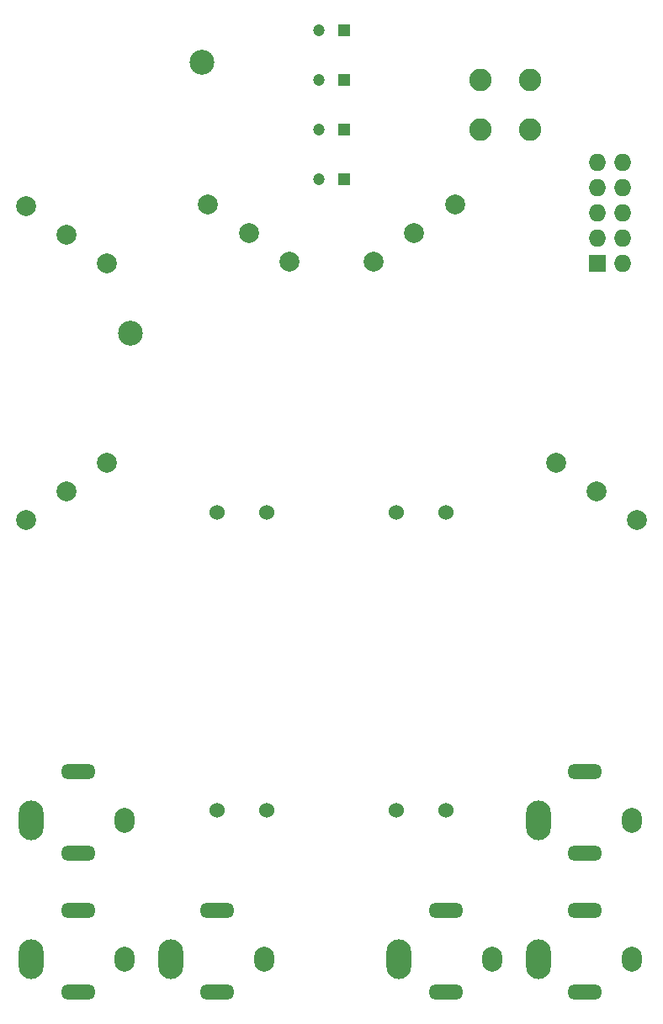
<source format=gts>
G04 #@! TF.FileFunction,Soldermask,Top*
%FSLAX46Y46*%
G04 Gerber Fmt 4.6, Leading zero omitted, Abs format (unit mm)*
G04 Created by KiCad (PCBNEW 4.0.2-stable) date 2016-10-24 12:13:11 PM*
%MOMM*%
G01*
G04 APERTURE LIST*
%ADD10C,0.100000*%
%ADD11C,1.998980*%
%ADD12C,2.250000*%
%ADD13C,2.500000*%
%ADD14R,1.200000X1.200000*%
%ADD15C,1.200000*%
%ADD16O,2.500000X4.000000*%
%ADD17O,2.000000X2.500000*%
%ADD18O,3.500000X1.500000*%
%ADD19R,1.727200X1.727200*%
%ADD20O,1.727200X1.727200*%
%ADD21C,1.524000*%
G04 APERTURE END LIST*
D10*
D11*
X17822777Y-33606433D03*
X21918537Y-36474315D03*
X13727017Y-30738551D03*
D12*
X59500000Y-18000000D03*
X64500000Y-18000000D03*
X64500000Y-23000000D03*
X59500000Y-23000000D03*
D13*
X24250000Y-43500000D03*
X31500000Y-16250000D03*
D14*
X45770000Y-28000000D03*
D15*
X43230000Y-28000000D03*
D14*
X45770000Y-23000000D03*
D15*
X43230000Y-23000000D03*
D14*
X45770000Y-18000000D03*
D15*
X43230000Y-18000000D03*
D14*
X45770000Y-13000000D03*
D15*
X43230000Y-13000000D03*
D11*
X36177223Y-33393567D03*
X32081463Y-30525685D03*
X40272983Y-36261449D03*
X17822777Y-59393567D03*
X13727017Y-62261449D03*
X21918537Y-56525685D03*
X71177223Y-59393567D03*
X67081463Y-56525685D03*
X75272983Y-62261449D03*
X52822777Y-33393567D03*
X48727017Y-36261449D03*
X56918537Y-30525685D03*
D16*
X14300000Y-106500000D03*
D17*
X23700000Y-106500000D03*
D18*
X19000000Y-101600000D03*
X19000000Y-109800000D03*
D16*
X14300000Y-92500000D03*
D17*
X23700000Y-92500000D03*
D18*
X19000000Y-87600000D03*
X19000000Y-95800000D03*
D16*
X65300000Y-92500000D03*
D17*
X74700000Y-92500000D03*
D18*
X70000000Y-87600000D03*
X70000000Y-95800000D03*
D16*
X51300000Y-106500000D03*
D17*
X60700000Y-106500000D03*
D18*
X56000000Y-101600000D03*
X56000000Y-109800000D03*
D16*
X28300000Y-106500000D03*
D17*
X37700000Y-106500000D03*
D18*
X33000000Y-101600000D03*
X33000000Y-109800000D03*
D16*
X65300000Y-106500000D03*
D17*
X74700000Y-106500000D03*
D18*
X70000000Y-101600000D03*
X70000000Y-109800000D03*
D19*
X71250000Y-36500000D03*
D20*
X73790000Y-36500000D03*
X71250000Y-33960000D03*
X73790000Y-33960000D03*
X71250000Y-31420000D03*
X73790000Y-31420000D03*
X71250000Y-28880000D03*
X73790000Y-28880000D03*
X71250000Y-26340000D03*
X73790000Y-26340000D03*
D21*
X51000000Y-61500000D03*
X56000000Y-61500000D03*
X38000000Y-61500000D03*
X33000000Y-61500000D03*
X38000000Y-91500000D03*
X33000000Y-91500000D03*
X51000000Y-91500000D03*
X56000000Y-91500000D03*
M02*

</source>
